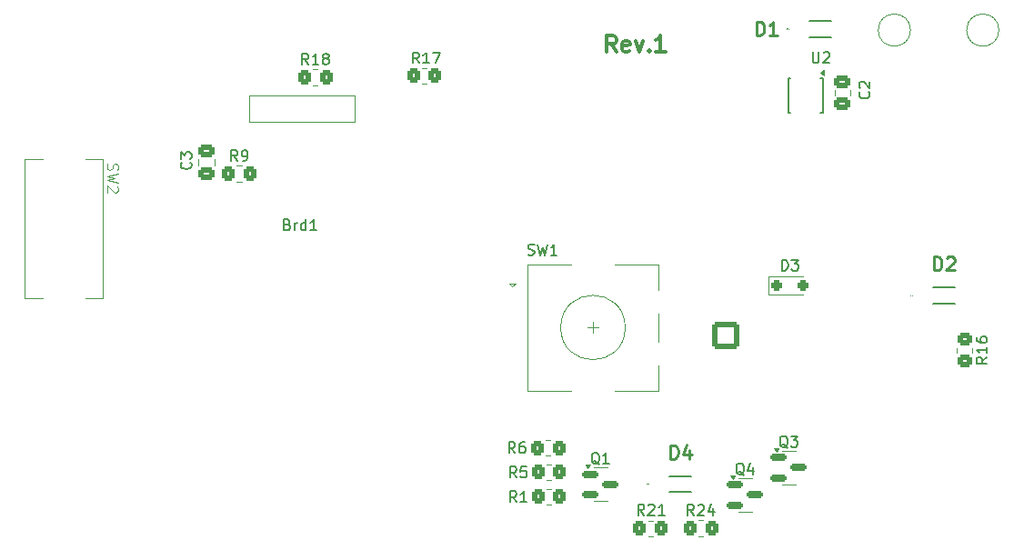
<source format=gto>
G04 #@! TF.GenerationSoftware,KiCad,Pcbnew,8.0.3*
G04 #@! TF.CreationDate,2024-06-12T20:13:02+02:00*
G04 #@! TF.ProjectId,Li Ion Doctor,4c692049-6f6e-4204-946f-63746f722e6b,1*
G04 #@! TF.SameCoordinates,Original*
G04 #@! TF.FileFunction,Legend,Top*
G04 #@! TF.FilePolarity,Positive*
%FSLAX46Y46*%
G04 Gerber Fmt 4.6, Leading zero omitted, Abs format (unit mm)*
G04 Created by KiCad (PCBNEW 8.0.3) date 2024-06-12 20:13:02*
%MOMM*%
%LPD*%
G01*
G04 APERTURE LIST*
G04 Aperture macros list*
%AMRoundRect*
0 Rectangle with rounded corners*
0 $1 Rounding radius*
0 $2 $3 $4 $5 $6 $7 $8 $9 X,Y pos of 4 corners*
0 Add a 4 corners polygon primitive as box body*
4,1,4,$2,$3,$4,$5,$6,$7,$8,$9,$2,$3,0*
0 Add four circle primitives for the rounded corners*
1,1,$1+$1,$2,$3*
1,1,$1+$1,$4,$5*
1,1,$1+$1,$6,$7*
1,1,$1+$1,$8,$9*
0 Add four rect primitives between the rounded corners*
20,1,$1+$1,$2,$3,$4,$5,0*
20,1,$1+$1,$4,$5,$6,$7,0*
20,1,$1+$1,$6,$7,$8,$9,0*
20,1,$1+$1,$8,$9,$2,$3,0*%
G04 Aperture macros list end*
%ADD10C,0.300000*%
%ADD11C,0.150000*%
%ADD12C,0.254000*%
%ADD13C,0.100000*%
%ADD14C,0.120000*%
%ADD15C,0.200000*%
%ADD16RoundRect,0.250000X-0.250000X-0.250000X0.250000X-0.250000X0.250000X0.250000X-0.250000X0.250000X0*%
%ADD17RoundRect,0.150000X-0.587500X-0.150000X0.587500X-0.150000X0.587500X0.150000X-0.587500X0.150000X0*%
%ADD18R,1.250000X2.000000*%
%ADD19RoundRect,0.250000X-0.350000X-0.450000X0.350000X-0.450000X0.350000X0.450000X-0.350000X0.450000X0*%
%ADD20C,2.400000*%
%ADD21RoundRect,0.250000X-0.450000X0.350000X-0.450000X-0.350000X0.450000X-0.350000X0.450000X0.350000X0*%
%ADD22R,2.000000X2.000000*%
%ADD23C,2.000000*%
%ADD24R,3.200000X2.000000*%
%ADD25RoundRect,0.250000X0.350000X0.450000X-0.350000X0.450000X-0.350000X-0.450000X0.350000X-0.450000X0*%
%ADD26R,0.250000X1.100000*%
%ADD27O,1.600000X2.000000*%
%ADD28C,1.524000*%
%ADD29R,2.032000X1.270000*%
%ADD30RoundRect,0.250000X0.475000X-0.337500X0.475000X0.337500X-0.475000X0.337500X-0.475000X-0.337500X0*%
%ADD31RoundRect,0.250000X-0.475000X0.337500X-0.475000X-0.337500X0.475000X-0.337500X0.475000X0.337500X0*%
%ADD32C,2.500000*%
%ADD33RoundRect,0.250000X-1.000000X-1.000000X1.000000X-1.000000X1.000000X1.000000X-1.000000X1.000000X0*%
%ADD34R,2.000000X1.905000*%
%ADD35O,2.000000X1.905000*%
%ADD36R,1.600000X1.600000*%
%ADD37O,1.600000X1.600000*%
%ADD38O,1.700000X1.100000*%
%ADD39C,1.100000*%
G04 APERTURE END LIST*
D10*
X151011653Y-88120828D02*
X150511653Y-87406542D01*
X150154510Y-88120828D02*
X150154510Y-86620828D01*
X150154510Y-86620828D02*
X150725939Y-86620828D01*
X150725939Y-86620828D02*
X150868796Y-86692257D01*
X150868796Y-86692257D02*
X150940225Y-86763685D01*
X150940225Y-86763685D02*
X151011653Y-86906542D01*
X151011653Y-86906542D02*
X151011653Y-87120828D01*
X151011653Y-87120828D02*
X150940225Y-87263685D01*
X150940225Y-87263685D02*
X150868796Y-87335114D01*
X150868796Y-87335114D02*
X150725939Y-87406542D01*
X150725939Y-87406542D02*
X150154510Y-87406542D01*
X152225939Y-88049400D02*
X152083082Y-88120828D01*
X152083082Y-88120828D02*
X151797368Y-88120828D01*
X151797368Y-88120828D02*
X151654510Y-88049400D01*
X151654510Y-88049400D02*
X151583082Y-87906542D01*
X151583082Y-87906542D02*
X151583082Y-87335114D01*
X151583082Y-87335114D02*
X151654510Y-87192257D01*
X151654510Y-87192257D02*
X151797368Y-87120828D01*
X151797368Y-87120828D02*
X152083082Y-87120828D01*
X152083082Y-87120828D02*
X152225939Y-87192257D01*
X152225939Y-87192257D02*
X152297368Y-87335114D01*
X152297368Y-87335114D02*
X152297368Y-87477971D01*
X152297368Y-87477971D02*
X151583082Y-87620828D01*
X152797367Y-87120828D02*
X153154510Y-88120828D01*
X153154510Y-88120828D02*
X153511653Y-87120828D01*
X154083081Y-87977971D02*
X154154510Y-88049400D01*
X154154510Y-88049400D02*
X154083081Y-88120828D01*
X154083081Y-88120828D02*
X154011653Y-88049400D01*
X154011653Y-88049400D02*
X154083081Y-87977971D01*
X154083081Y-87977971D02*
X154083081Y-88120828D01*
X155583082Y-88120828D02*
X154725939Y-88120828D01*
X155154510Y-88120828D02*
X155154510Y-86620828D01*
X155154510Y-86620828D02*
X155011653Y-86835114D01*
X155011653Y-86835114D02*
X154868796Y-86977971D01*
X154868796Y-86977971D02*
X154725939Y-87049400D01*
D11*
X166441905Y-108494819D02*
X166441905Y-107494819D01*
X166441905Y-107494819D02*
X166680000Y-107494819D01*
X166680000Y-107494819D02*
X166822857Y-107542438D01*
X166822857Y-107542438D02*
X166918095Y-107637676D01*
X166918095Y-107637676D02*
X166965714Y-107732914D01*
X166965714Y-107732914D02*
X167013333Y-107923390D01*
X167013333Y-107923390D02*
X167013333Y-108066247D01*
X167013333Y-108066247D02*
X166965714Y-108256723D01*
X166965714Y-108256723D02*
X166918095Y-108351961D01*
X166918095Y-108351961D02*
X166822857Y-108447200D01*
X166822857Y-108447200D02*
X166680000Y-108494819D01*
X166680000Y-108494819D02*
X166441905Y-108494819D01*
X167346667Y-107494819D02*
X167965714Y-107494819D01*
X167965714Y-107494819D02*
X167632381Y-107875771D01*
X167632381Y-107875771D02*
X167775238Y-107875771D01*
X167775238Y-107875771D02*
X167870476Y-107923390D01*
X167870476Y-107923390D02*
X167918095Y-107971009D01*
X167918095Y-107971009D02*
X167965714Y-108066247D01*
X167965714Y-108066247D02*
X167965714Y-108304342D01*
X167965714Y-108304342D02*
X167918095Y-108399580D01*
X167918095Y-108399580D02*
X167870476Y-108447200D01*
X167870476Y-108447200D02*
X167775238Y-108494819D01*
X167775238Y-108494819D02*
X167489524Y-108494819D01*
X167489524Y-108494819D02*
X167394286Y-108447200D01*
X167394286Y-108447200D02*
X167346667Y-108399580D01*
X166985561Y-125012857D02*
X166890323Y-124965238D01*
X166890323Y-124965238D02*
X166795085Y-124870000D01*
X166795085Y-124870000D02*
X166652228Y-124727142D01*
X166652228Y-124727142D02*
X166556990Y-124679523D01*
X166556990Y-124679523D02*
X166461752Y-124679523D01*
X166509371Y-124917619D02*
X166414133Y-124870000D01*
X166414133Y-124870000D02*
X166318895Y-124774761D01*
X166318895Y-124774761D02*
X166271276Y-124584285D01*
X166271276Y-124584285D02*
X166271276Y-124250952D01*
X166271276Y-124250952D02*
X166318895Y-124060476D01*
X166318895Y-124060476D02*
X166414133Y-123965238D01*
X166414133Y-123965238D02*
X166509371Y-123917619D01*
X166509371Y-123917619D02*
X166699847Y-123917619D01*
X166699847Y-123917619D02*
X166795085Y-123965238D01*
X166795085Y-123965238D02*
X166890323Y-124060476D01*
X166890323Y-124060476D02*
X166937942Y-124250952D01*
X166937942Y-124250952D02*
X166937942Y-124584285D01*
X166937942Y-124584285D02*
X166890323Y-124774761D01*
X166890323Y-124774761D02*
X166795085Y-124870000D01*
X166795085Y-124870000D02*
X166699847Y-124917619D01*
X166699847Y-124917619D02*
X166509371Y-124917619D01*
X167271276Y-123917619D02*
X167890323Y-123917619D01*
X167890323Y-123917619D02*
X167556990Y-124298571D01*
X167556990Y-124298571D02*
X167699847Y-124298571D01*
X167699847Y-124298571D02*
X167795085Y-124346190D01*
X167795085Y-124346190D02*
X167842704Y-124393809D01*
X167842704Y-124393809D02*
X167890323Y-124489047D01*
X167890323Y-124489047D02*
X167890323Y-124727142D01*
X167890323Y-124727142D02*
X167842704Y-124822380D01*
X167842704Y-124822380D02*
X167795085Y-124870000D01*
X167795085Y-124870000D02*
X167699847Y-124917619D01*
X167699847Y-124917619D02*
X167414133Y-124917619D01*
X167414133Y-124917619D02*
X167318895Y-124870000D01*
X167318895Y-124870000D02*
X167271276Y-124822380D01*
D12*
X156047318Y-126029918D02*
X156047318Y-124759918D01*
X156047318Y-124759918D02*
X156349699Y-124759918D01*
X156349699Y-124759918D02*
X156531128Y-124820394D01*
X156531128Y-124820394D02*
X156652080Y-124941346D01*
X156652080Y-124941346D02*
X156712557Y-125062299D01*
X156712557Y-125062299D02*
X156773033Y-125304203D01*
X156773033Y-125304203D02*
X156773033Y-125485632D01*
X156773033Y-125485632D02*
X156712557Y-125727537D01*
X156712557Y-125727537D02*
X156652080Y-125848489D01*
X156652080Y-125848489D02*
X156531128Y-125969442D01*
X156531128Y-125969442D02*
X156349699Y-126029918D01*
X156349699Y-126029918D02*
X156047318Y-126029918D01*
X157861604Y-125183251D02*
X157861604Y-126029918D01*
X157559223Y-124699442D02*
X157256842Y-125606584D01*
X157256842Y-125606584D02*
X158043033Y-125606584D01*
D11*
X153624042Y-131269819D02*
X153290709Y-130793628D01*
X153052614Y-131269819D02*
X153052614Y-130269819D01*
X153052614Y-130269819D02*
X153433566Y-130269819D01*
X153433566Y-130269819D02*
X153528804Y-130317438D01*
X153528804Y-130317438D02*
X153576423Y-130365057D01*
X153576423Y-130365057D02*
X153624042Y-130460295D01*
X153624042Y-130460295D02*
X153624042Y-130603152D01*
X153624042Y-130603152D02*
X153576423Y-130698390D01*
X153576423Y-130698390D02*
X153528804Y-130746009D01*
X153528804Y-130746009D02*
X153433566Y-130793628D01*
X153433566Y-130793628D02*
X153052614Y-130793628D01*
X154004995Y-130365057D02*
X154052614Y-130317438D01*
X154052614Y-130317438D02*
X154147852Y-130269819D01*
X154147852Y-130269819D02*
X154385947Y-130269819D01*
X154385947Y-130269819D02*
X154481185Y-130317438D01*
X154481185Y-130317438D02*
X154528804Y-130365057D01*
X154528804Y-130365057D02*
X154576423Y-130460295D01*
X154576423Y-130460295D02*
X154576423Y-130555533D01*
X154576423Y-130555533D02*
X154528804Y-130698390D01*
X154528804Y-130698390D02*
X153957376Y-131269819D01*
X153957376Y-131269819D02*
X154576423Y-131269819D01*
X155528804Y-131269819D02*
X154957376Y-131269819D01*
X155243090Y-131269819D02*
X155243090Y-130269819D01*
X155243090Y-130269819D02*
X155147852Y-130412676D01*
X155147852Y-130412676D02*
X155052614Y-130507914D01*
X155052614Y-130507914D02*
X154957376Y-130555533D01*
X149449561Y-126572457D02*
X149354323Y-126524838D01*
X149354323Y-126524838D02*
X149259085Y-126429600D01*
X149259085Y-126429600D02*
X149116228Y-126286742D01*
X149116228Y-126286742D02*
X149020990Y-126239123D01*
X149020990Y-126239123D02*
X148925752Y-126239123D01*
X148973371Y-126477219D02*
X148878133Y-126429600D01*
X148878133Y-126429600D02*
X148782895Y-126334361D01*
X148782895Y-126334361D02*
X148735276Y-126143885D01*
X148735276Y-126143885D02*
X148735276Y-125810552D01*
X148735276Y-125810552D02*
X148782895Y-125620076D01*
X148782895Y-125620076D02*
X148878133Y-125524838D01*
X148878133Y-125524838D02*
X148973371Y-125477219D01*
X148973371Y-125477219D02*
X149163847Y-125477219D01*
X149163847Y-125477219D02*
X149259085Y-125524838D01*
X149259085Y-125524838D02*
X149354323Y-125620076D01*
X149354323Y-125620076D02*
X149401942Y-125810552D01*
X149401942Y-125810552D02*
X149401942Y-126143885D01*
X149401942Y-126143885D02*
X149354323Y-126334361D01*
X149354323Y-126334361D02*
X149259085Y-126429600D01*
X149259085Y-126429600D02*
X149163847Y-126477219D01*
X149163847Y-126477219D02*
X148973371Y-126477219D01*
X150354323Y-126477219D02*
X149782895Y-126477219D01*
X150068609Y-126477219D02*
X150068609Y-125477219D01*
X150068609Y-125477219D02*
X149973371Y-125620076D01*
X149973371Y-125620076D02*
X149878133Y-125715314D01*
X149878133Y-125715314D02*
X149782895Y-125762933D01*
X158246842Y-131295219D02*
X157913509Y-130819028D01*
X157675414Y-131295219D02*
X157675414Y-130295219D01*
X157675414Y-130295219D02*
X158056366Y-130295219D01*
X158056366Y-130295219D02*
X158151604Y-130342838D01*
X158151604Y-130342838D02*
X158199223Y-130390457D01*
X158199223Y-130390457D02*
X158246842Y-130485695D01*
X158246842Y-130485695D02*
X158246842Y-130628552D01*
X158246842Y-130628552D02*
X158199223Y-130723790D01*
X158199223Y-130723790D02*
X158151604Y-130771409D01*
X158151604Y-130771409D02*
X158056366Y-130819028D01*
X158056366Y-130819028D02*
X157675414Y-130819028D01*
X158627795Y-130390457D02*
X158675414Y-130342838D01*
X158675414Y-130342838D02*
X158770652Y-130295219D01*
X158770652Y-130295219D02*
X159008747Y-130295219D01*
X159008747Y-130295219D02*
X159103985Y-130342838D01*
X159103985Y-130342838D02*
X159151604Y-130390457D01*
X159151604Y-130390457D02*
X159199223Y-130485695D01*
X159199223Y-130485695D02*
X159199223Y-130580933D01*
X159199223Y-130580933D02*
X159151604Y-130723790D01*
X159151604Y-130723790D02*
X158580176Y-131295219D01*
X158580176Y-131295219D02*
X159199223Y-131295219D01*
X160056366Y-130628552D02*
X160056366Y-131295219D01*
X159818271Y-130247600D02*
X159580176Y-130961885D01*
X159580176Y-130961885D02*
X160199223Y-130961885D01*
X141730433Y-127764619D02*
X141397100Y-127288428D01*
X141159005Y-127764619D02*
X141159005Y-126764619D01*
X141159005Y-126764619D02*
X141539957Y-126764619D01*
X141539957Y-126764619D02*
X141635195Y-126812238D01*
X141635195Y-126812238D02*
X141682814Y-126859857D01*
X141682814Y-126859857D02*
X141730433Y-126955095D01*
X141730433Y-126955095D02*
X141730433Y-127097952D01*
X141730433Y-127097952D02*
X141682814Y-127193190D01*
X141682814Y-127193190D02*
X141635195Y-127240809D01*
X141635195Y-127240809D02*
X141539957Y-127288428D01*
X141539957Y-127288428D02*
X141159005Y-127288428D01*
X142635195Y-126764619D02*
X142159005Y-126764619D01*
X142159005Y-126764619D02*
X142111386Y-127240809D01*
X142111386Y-127240809D02*
X142159005Y-127193190D01*
X142159005Y-127193190D02*
X142254243Y-127145571D01*
X142254243Y-127145571D02*
X142492338Y-127145571D01*
X142492338Y-127145571D02*
X142587576Y-127193190D01*
X142587576Y-127193190D02*
X142635195Y-127240809D01*
X142635195Y-127240809D02*
X142682814Y-127336047D01*
X142682814Y-127336047D02*
X142682814Y-127574142D01*
X142682814Y-127574142D02*
X142635195Y-127669380D01*
X142635195Y-127669380D02*
X142587576Y-127717000D01*
X142587576Y-127717000D02*
X142492338Y-127764619D01*
X142492338Y-127764619D02*
X142254243Y-127764619D01*
X142254243Y-127764619D02*
X142159005Y-127717000D01*
X142159005Y-127717000D02*
X142111386Y-127669380D01*
X162921561Y-127552857D02*
X162826323Y-127505238D01*
X162826323Y-127505238D02*
X162731085Y-127410000D01*
X162731085Y-127410000D02*
X162588228Y-127267142D01*
X162588228Y-127267142D02*
X162492990Y-127219523D01*
X162492990Y-127219523D02*
X162397752Y-127219523D01*
X162445371Y-127457619D02*
X162350133Y-127410000D01*
X162350133Y-127410000D02*
X162254895Y-127314761D01*
X162254895Y-127314761D02*
X162207276Y-127124285D01*
X162207276Y-127124285D02*
X162207276Y-126790952D01*
X162207276Y-126790952D02*
X162254895Y-126600476D01*
X162254895Y-126600476D02*
X162350133Y-126505238D01*
X162350133Y-126505238D02*
X162445371Y-126457619D01*
X162445371Y-126457619D02*
X162635847Y-126457619D01*
X162635847Y-126457619D02*
X162731085Y-126505238D01*
X162731085Y-126505238D02*
X162826323Y-126600476D01*
X162826323Y-126600476D02*
X162873942Y-126790952D01*
X162873942Y-126790952D02*
X162873942Y-127124285D01*
X162873942Y-127124285D02*
X162826323Y-127314761D01*
X162826323Y-127314761D02*
X162731085Y-127410000D01*
X162731085Y-127410000D02*
X162635847Y-127457619D01*
X162635847Y-127457619D02*
X162445371Y-127457619D01*
X163731085Y-126790952D02*
X163731085Y-127457619D01*
X163492990Y-126410000D02*
X163254895Y-127124285D01*
X163254895Y-127124285D02*
X163873942Y-127124285D01*
X115758933Y-98270219D02*
X115425600Y-97794028D01*
X115187505Y-98270219D02*
X115187505Y-97270219D01*
X115187505Y-97270219D02*
X115568457Y-97270219D01*
X115568457Y-97270219D02*
X115663695Y-97317838D01*
X115663695Y-97317838D02*
X115711314Y-97365457D01*
X115711314Y-97365457D02*
X115758933Y-97460695D01*
X115758933Y-97460695D02*
X115758933Y-97603552D01*
X115758933Y-97603552D02*
X115711314Y-97698790D01*
X115711314Y-97698790D02*
X115663695Y-97746409D01*
X115663695Y-97746409D02*
X115568457Y-97794028D01*
X115568457Y-97794028D02*
X115187505Y-97794028D01*
X116235124Y-98270219D02*
X116425600Y-98270219D01*
X116425600Y-98270219D02*
X116520838Y-98222600D01*
X116520838Y-98222600D02*
X116568457Y-98174980D01*
X116568457Y-98174980D02*
X116663695Y-98032123D01*
X116663695Y-98032123D02*
X116711314Y-97841647D01*
X116711314Y-97841647D02*
X116711314Y-97460695D01*
X116711314Y-97460695D02*
X116663695Y-97365457D01*
X116663695Y-97365457D02*
X116616076Y-97317838D01*
X116616076Y-97317838D02*
X116520838Y-97270219D01*
X116520838Y-97270219D02*
X116330362Y-97270219D01*
X116330362Y-97270219D02*
X116235124Y-97317838D01*
X116235124Y-97317838D02*
X116187505Y-97365457D01*
X116187505Y-97365457D02*
X116139886Y-97460695D01*
X116139886Y-97460695D02*
X116139886Y-97698790D01*
X116139886Y-97698790D02*
X116187505Y-97794028D01*
X116187505Y-97794028D02*
X116235124Y-97841647D01*
X116235124Y-97841647D02*
X116330362Y-97889266D01*
X116330362Y-97889266D02*
X116520838Y-97889266D01*
X116520838Y-97889266D02*
X116616076Y-97841647D01*
X116616076Y-97841647D02*
X116663695Y-97794028D01*
X116663695Y-97794028D02*
X116711314Y-97698790D01*
X185543619Y-116559057D02*
X185067428Y-116892390D01*
X185543619Y-117130485D02*
X184543619Y-117130485D01*
X184543619Y-117130485D02*
X184543619Y-116749533D01*
X184543619Y-116749533D02*
X184591238Y-116654295D01*
X184591238Y-116654295D02*
X184638857Y-116606676D01*
X184638857Y-116606676D02*
X184734095Y-116559057D01*
X184734095Y-116559057D02*
X184876952Y-116559057D01*
X184876952Y-116559057D02*
X184972190Y-116606676D01*
X184972190Y-116606676D02*
X185019809Y-116654295D01*
X185019809Y-116654295D02*
X185067428Y-116749533D01*
X185067428Y-116749533D02*
X185067428Y-117130485D01*
X185543619Y-115606676D02*
X185543619Y-116178104D01*
X185543619Y-115892390D02*
X184543619Y-115892390D01*
X184543619Y-115892390D02*
X184686476Y-115987628D01*
X184686476Y-115987628D02*
X184781714Y-116082866D01*
X184781714Y-116082866D02*
X184829333Y-116178104D01*
X184543619Y-114749533D02*
X184543619Y-114940009D01*
X184543619Y-114940009D02*
X184591238Y-115035247D01*
X184591238Y-115035247D02*
X184638857Y-115082866D01*
X184638857Y-115082866D02*
X184781714Y-115178104D01*
X184781714Y-115178104D02*
X184972190Y-115225723D01*
X184972190Y-115225723D02*
X185353142Y-115225723D01*
X185353142Y-115225723D02*
X185448380Y-115178104D01*
X185448380Y-115178104D02*
X185496000Y-115130485D01*
X185496000Y-115130485D02*
X185543619Y-115035247D01*
X185543619Y-115035247D02*
X185543619Y-114844771D01*
X185543619Y-114844771D02*
X185496000Y-114749533D01*
X185496000Y-114749533D02*
X185448380Y-114701914D01*
X185448380Y-114701914D02*
X185353142Y-114654295D01*
X185353142Y-114654295D02*
X185115047Y-114654295D01*
X185115047Y-114654295D02*
X185019809Y-114701914D01*
X185019809Y-114701914D02*
X184972190Y-114749533D01*
X184972190Y-114749533D02*
X184924571Y-114844771D01*
X184924571Y-114844771D02*
X184924571Y-115035247D01*
X184924571Y-115035247D02*
X184972190Y-115130485D01*
X184972190Y-115130485D02*
X185019809Y-115178104D01*
X185019809Y-115178104D02*
X185115047Y-115225723D01*
X142817667Y-107013800D02*
X142960524Y-107061419D01*
X142960524Y-107061419D02*
X143198619Y-107061419D01*
X143198619Y-107061419D02*
X143293857Y-107013800D01*
X143293857Y-107013800D02*
X143341476Y-106966180D01*
X143341476Y-106966180D02*
X143389095Y-106870942D01*
X143389095Y-106870942D02*
X143389095Y-106775704D01*
X143389095Y-106775704D02*
X143341476Y-106680466D01*
X143341476Y-106680466D02*
X143293857Y-106632847D01*
X143293857Y-106632847D02*
X143198619Y-106585228D01*
X143198619Y-106585228D02*
X143008143Y-106537609D01*
X143008143Y-106537609D02*
X142912905Y-106489990D01*
X142912905Y-106489990D02*
X142865286Y-106442371D01*
X142865286Y-106442371D02*
X142817667Y-106347133D01*
X142817667Y-106347133D02*
X142817667Y-106251895D01*
X142817667Y-106251895D02*
X142865286Y-106156657D01*
X142865286Y-106156657D02*
X142912905Y-106109038D01*
X142912905Y-106109038D02*
X143008143Y-106061419D01*
X143008143Y-106061419D02*
X143246238Y-106061419D01*
X143246238Y-106061419D02*
X143389095Y-106109038D01*
X143722429Y-106061419D02*
X143960524Y-107061419D01*
X143960524Y-107061419D02*
X144151000Y-106347133D01*
X144151000Y-106347133D02*
X144341476Y-107061419D01*
X144341476Y-107061419D02*
X144579572Y-106061419D01*
X145484333Y-107061419D02*
X144912905Y-107061419D01*
X145198619Y-107061419D02*
X145198619Y-106061419D01*
X145198619Y-106061419D02*
X145103381Y-106204276D01*
X145103381Y-106204276D02*
X145008143Y-106299514D01*
X145008143Y-106299514D02*
X144912905Y-106347133D01*
X141603433Y-125478619D02*
X141270100Y-125002428D01*
X141032005Y-125478619D02*
X141032005Y-124478619D01*
X141032005Y-124478619D02*
X141412957Y-124478619D01*
X141412957Y-124478619D02*
X141508195Y-124526238D01*
X141508195Y-124526238D02*
X141555814Y-124573857D01*
X141555814Y-124573857D02*
X141603433Y-124669095D01*
X141603433Y-124669095D02*
X141603433Y-124811952D01*
X141603433Y-124811952D02*
X141555814Y-124907190D01*
X141555814Y-124907190D02*
X141508195Y-124954809D01*
X141508195Y-124954809D02*
X141412957Y-125002428D01*
X141412957Y-125002428D02*
X141032005Y-125002428D01*
X142460576Y-124478619D02*
X142270100Y-124478619D01*
X142270100Y-124478619D02*
X142174862Y-124526238D01*
X142174862Y-124526238D02*
X142127243Y-124573857D01*
X142127243Y-124573857D02*
X142032005Y-124716714D01*
X142032005Y-124716714D02*
X141984386Y-124907190D01*
X141984386Y-124907190D02*
X141984386Y-125288142D01*
X141984386Y-125288142D02*
X142032005Y-125383380D01*
X142032005Y-125383380D02*
X142079624Y-125431000D01*
X142079624Y-125431000D02*
X142174862Y-125478619D01*
X142174862Y-125478619D02*
X142365338Y-125478619D01*
X142365338Y-125478619D02*
X142460576Y-125431000D01*
X142460576Y-125431000D02*
X142508195Y-125383380D01*
X142508195Y-125383380D02*
X142555814Y-125288142D01*
X142555814Y-125288142D02*
X142555814Y-125050047D01*
X142555814Y-125050047D02*
X142508195Y-124954809D01*
X142508195Y-124954809D02*
X142460576Y-124907190D01*
X142460576Y-124907190D02*
X142365338Y-124859571D01*
X142365338Y-124859571D02*
X142174862Y-124859571D01*
X142174862Y-124859571D02*
X142079624Y-124907190D01*
X142079624Y-124907190D02*
X142032005Y-124954809D01*
X142032005Y-124954809D02*
X141984386Y-125050047D01*
D12*
X164061018Y-86578718D02*
X164061018Y-85308718D01*
X164061018Y-85308718D02*
X164363399Y-85308718D01*
X164363399Y-85308718D02*
X164544828Y-85369194D01*
X164544828Y-85369194D02*
X164665780Y-85490146D01*
X164665780Y-85490146D02*
X164726257Y-85611099D01*
X164726257Y-85611099D02*
X164786733Y-85853003D01*
X164786733Y-85853003D02*
X164786733Y-86034432D01*
X164786733Y-86034432D02*
X164726257Y-86276337D01*
X164726257Y-86276337D02*
X164665780Y-86397289D01*
X164665780Y-86397289D02*
X164544828Y-86518242D01*
X164544828Y-86518242D02*
X164363399Y-86578718D01*
X164363399Y-86578718D02*
X164061018Y-86578718D01*
X165996257Y-86578718D02*
X165270542Y-86578718D01*
X165633399Y-86578718D02*
X165633399Y-85308718D01*
X165633399Y-85308718D02*
X165512447Y-85490146D01*
X165512447Y-85490146D02*
X165391495Y-85611099D01*
X165391495Y-85611099D02*
X165270542Y-85671575D01*
D11*
X169316495Y-88151619D02*
X169316495Y-88961142D01*
X169316495Y-88961142D02*
X169364114Y-89056380D01*
X169364114Y-89056380D02*
X169411733Y-89104000D01*
X169411733Y-89104000D02*
X169506971Y-89151619D01*
X169506971Y-89151619D02*
X169697447Y-89151619D01*
X169697447Y-89151619D02*
X169792685Y-89104000D01*
X169792685Y-89104000D02*
X169840304Y-89056380D01*
X169840304Y-89056380D02*
X169887923Y-88961142D01*
X169887923Y-88961142D02*
X169887923Y-88151619D01*
X170316495Y-88246857D02*
X170364114Y-88199238D01*
X170364114Y-88199238D02*
X170459352Y-88151619D01*
X170459352Y-88151619D02*
X170697447Y-88151619D01*
X170697447Y-88151619D02*
X170792685Y-88199238D01*
X170792685Y-88199238D02*
X170840304Y-88246857D01*
X170840304Y-88246857D02*
X170887923Y-88342095D01*
X170887923Y-88342095D02*
X170887923Y-88437333D01*
X170887923Y-88437333D02*
X170840304Y-88580190D01*
X170840304Y-88580190D02*
X170268876Y-89151619D01*
X170268876Y-89151619D02*
X170887923Y-89151619D01*
X141730433Y-130050619D02*
X141397100Y-129574428D01*
X141159005Y-130050619D02*
X141159005Y-129050619D01*
X141159005Y-129050619D02*
X141539957Y-129050619D01*
X141539957Y-129050619D02*
X141635195Y-129098238D01*
X141635195Y-129098238D02*
X141682814Y-129145857D01*
X141682814Y-129145857D02*
X141730433Y-129241095D01*
X141730433Y-129241095D02*
X141730433Y-129383952D01*
X141730433Y-129383952D02*
X141682814Y-129479190D01*
X141682814Y-129479190D02*
X141635195Y-129526809D01*
X141635195Y-129526809D02*
X141539957Y-129574428D01*
X141539957Y-129574428D02*
X141159005Y-129574428D01*
X142682814Y-130050619D02*
X142111386Y-130050619D01*
X142397100Y-130050619D02*
X142397100Y-129050619D01*
X142397100Y-129050619D02*
X142301862Y-129193476D01*
X142301862Y-129193476D02*
X142206624Y-129288714D01*
X142206624Y-129288714D02*
X142111386Y-129336333D01*
X120410933Y-104219609D02*
X120553790Y-104267228D01*
X120553790Y-104267228D02*
X120601409Y-104314847D01*
X120601409Y-104314847D02*
X120649028Y-104410085D01*
X120649028Y-104410085D02*
X120649028Y-104552942D01*
X120649028Y-104552942D02*
X120601409Y-104648180D01*
X120601409Y-104648180D02*
X120553790Y-104695800D01*
X120553790Y-104695800D02*
X120458552Y-104743419D01*
X120458552Y-104743419D02*
X120077600Y-104743419D01*
X120077600Y-104743419D02*
X120077600Y-103743419D01*
X120077600Y-103743419D02*
X120410933Y-103743419D01*
X120410933Y-103743419D02*
X120506171Y-103791038D01*
X120506171Y-103791038D02*
X120553790Y-103838657D01*
X120553790Y-103838657D02*
X120601409Y-103933895D01*
X120601409Y-103933895D02*
X120601409Y-104029133D01*
X120601409Y-104029133D02*
X120553790Y-104124371D01*
X120553790Y-104124371D02*
X120506171Y-104171990D01*
X120506171Y-104171990D02*
X120410933Y-104219609D01*
X120410933Y-104219609D02*
X120077600Y-104219609D01*
X121077600Y-104743419D02*
X121077600Y-104076752D01*
X121077600Y-104267228D02*
X121125219Y-104171990D01*
X121125219Y-104171990D02*
X121172838Y-104124371D01*
X121172838Y-104124371D02*
X121268076Y-104076752D01*
X121268076Y-104076752D02*
X121363314Y-104076752D01*
X122125219Y-104743419D02*
X122125219Y-103743419D01*
X122125219Y-104695800D02*
X122029981Y-104743419D01*
X122029981Y-104743419D02*
X121839505Y-104743419D01*
X121839505Y-104743419D02*
X121744267Y-104695800D01*
X121744267Y-104695800D02*
X121696648Y-104648180D01*
X121696648Y-104648180D02*
X121649029Y-104552942D01*
X121649029Y-104552942D02*
X121649029Y-104267228D01*
X121649029Y-104267228D02*
X121696648Y-104171990D01*
X121696648Y-104171990D02*
X121744267Y-104124371D01*
X121744267Y-104124371D02*
X121839505Y-104076752D01*
X121839505Y-104076752D02*
X122029981Y-104076752D01*
X122029981Y-104076752D02*
X122125219Y-104124371D01*
X123125219Y-104743419D02*
X122553791Y-104743419D01*
X122839505Y-104743419D02*
X122839505Y-103743419D01*
X122839505Y-103743419D02*
X122744267Y-103886276D01*
X122744267Y-103886276D02*
X122649029Y-103981514D01*
X122649029Y-103981514D02*
X122553791Y-104029133D01*
X132656342Y-89177019D02*
X132323009Y-88700828D01*
X132084914Y-89177019D02*
X132084914Y-88177019D01*
X132084914Y-88177019D02*
X132465866Y-88177019D01*
X132465866Y-88177019D02*
X132561104Y-88224638D01*
X132561104Y-88224638D02*
X132608723Y-88272257D01*
X132608723Y-88272257D02*
X132656342Y-88367495D01*
X132656342Y-88367495D02*
X132656342Y-88510352D01*
X132656342Y-88510352D02*
X132608723Y-88605590D01*
X132608723Y-88605590D02*
X132561104Y-88653209D01*
X132561104Y-88653209D02*
X132465866Y-88700828D01*
X132465866Y-88700828D02*
X132084914Y-88700828D01*
X133608723Y-89177019D02*
X133037295Y-89177019D01*
X133323009Y-89177019D02*
X133323009Y-88177019D01*
X133323009Y-88177019D02*
X133227771Y-88319876D01*
X133227771Y-88319876D02*
X133132533Y-88415114D01*
X133132533Y-88415114D02*
X133037295Y-88462733D01*
X133942057Y-88177019D02*
X134608723Y-88177019D01*
X134608723Y-88177019D02*
X134180152Y-89177019D01*
D13*
X103676300Y-98563367D02*
X103628680Y-98706224D01*
X103628680Y-98706224D02*
X103628680Y-98944319D01*
X103628680Y-98944319D02*
X103676300Y-99039557D01*
X103676300Y-99039557D02*
X103723919Y-99087176D01*
X103723919Y-99087176D02*
X103819157Y-99134795D01*
X103819157Y-99134795D02*
X103914395Y-99134795D01*
X103914395Y-99134795D02*
X104009633Y-99087176D01*
X104009633Y-99087176D02*
X104057252Y-99039557D01*
X104057252Y-99039557D02*
X104104871Y-98944319D01*
X104104871Y-98944319D02*
X104152490Y-98753843D01*
X104152490Y-98753843D02*
X104200109Y-98658605D01*
X104200109Y-98658605D02*
X104247728Y-98610986D01*
X104247728Y-98610986D02*
X104342966Y-98563367D01*
X104342966Y-98563367D02*
X104438204Y-98563367D01*
X104438204Y-98563367D02*
X104533442Y-98610986D01*
X104533442Y-98610986D02*
X104581061Y-98658605D01*
X104581061Y-98658605D02*
X104628680Y-98753843D01*
X104628680Y-98753843D02*
X104628680Y-98991938D01*
X104628680Y-98991938D02*
X104581061Y-99134795D01*
X104628680Y-99468129D02*
X103628680Y-99706224D01*
X103628680Y-99706224D02*
X104342966Y-99896700D01*
X104342966Y-99896700D02*
X103628680Y-100087176D01*
X103628680Y-100087176D02*
X104628680Y-100325272D01*
X104533442Y-100658605D02*
X104581061Y-100706224D01*
X104581061Y-100706224D02*
X104628680Y-100801462D01*
X104628680Y-100801462D02*
X104628680Y-101039557D01*
X104628680Y-101039557D02*
X104581061Y-101134795D01*
X104581061Y-101134795D02*
X104533442Y-101182414D01*
X104533442Y-101182414D02*
X104438204Y-101230033D01*
X104438204Y-101230033D02*
X104342966Y-101230033D01*
X104342966Y-101230033D02*
X104200109Y-101182414D01*
X104200109Y-101182414D02*
X103628680Y-100610986D01*
X103628680Y-100610986D02*
X103628680Y-101230033D01*
D11*
X174527380Y-91860666D02*
X174575000Y-91908285D01*
X174575000Y-91908285D02*
X174622619Y-92051142D01*
X174622619Y-92051142D02*
X174622619Y-92146380D01*
X174622619Y-92146380D02*
X174575000Y-92289237D01*
X174575000Y-92289237D02*
X174479761Y-92384475D01*
X174479761Y-92384475D02*
X174384523Y-92432094D01*
X174384523Y-92432094D02*
X174194047Y-92479713D01*
X174194047Y-92479713D02*
X174051190Y-92479713D01*
X174051190Y-92479713D02*
X173860714Y-92432094D01*
X173860714Y-92432094D02*
X173765476Y-92384475D01*
X173765476Y-92384475D02*
X173670238Y-92289237D01*
X173670238Y-92289237D02*
X173622619Y-92146380D01*
X173622619Y-92146380D02*
X173622619Y-92051142D01*
X173622619Y-92051142D02*
X173670238Y-91908285D01*
X173670238Y-91908285D02*
X173717857Y-91860666D01*
X173717857Y-91479713D02*
X173670238Y-91432094D01*
X173670238Y-91432094D02*
X173622619Y-91336856D01*
X173622619Y-91336856D02*
X173622619Y-91098761D01*
X173622619Y-91098761D02*
X173670238Y-91003523D01*
X173670238Y-91003523D02*
X173717857Y-90955904D01*
X173717857Y-90955904D02*
X173813095Y-90908285D01*
X173813095Y-90908285D02*
X173908333Y-90908285D01*
X173908333Y-90908285D02*
X174051190Y-90955904D01*
X174051190Y-90955904D02*
X174622619Y-91527332D01*
X174622619Y-91527332D02*
X174622619Y-90908285D01*
X122357142Y-89304819D02*
X122023809Y-88828628D01*
X121785714Y-89304819D02*
X121785714Y-88304819D01*
X121785714Y-88304819D02*
X122166666Y-88304819D01*
X122166666Y-88304819D02*
X122261904Y-88352438D01*
X122261904Y-88352438D02*
X122309523Y-88400057D01*
X122309523Y-88400057D02*
X122357142Y-88495295D01*
X122357142Y-88495295D02*
X122357142Y-88638152D01*
X122357142Y-88638152D02*
X122309523Y-88733390D01*
X122309523Y-88733390D02*
X122261904Y-88781009D01*
X122261904Y-88781009D02*
X122166666Y-88828628D01*
X122166666Y-88828628D02*
X121785714Y-88828628D01*
X123309523Y-89304819D02*
X122738095Y-89304819D01*
X123023809Y-89304819D02*
X123023809Y-88304819D01*
X123023809Y-88304819D02*
X122928571Y-88447676D01*
X122928571Y-88447676D02*
X122833333Y-88542914D01*
X122833333Y-88542914D02*
X122738095Y-88590533D01*
X123880952Y-88733390D02*
X123785714Y-88685771D01*
X123785714Y-88685771D02*
X123738095Y-88638152D01*
X123738095Y-88638152D02*
X123690476Y-88542914D01*
X123690476Y-88542914D02*
X123690476Y-88495295D01*
X123690476Y-88495295D02*
X123738095Y-88400057D01*
X123738095Y-88400057D02*
X123785714Y-88352438D01*
X123785714Y-88352438D02*
X123880952Y-88304819D01*
X123880952Y-88304819D02*
X124071428Y-88304819D01*
X124071428Y-88304819D02*
X124166666Y-88352438D01*
X124166666Y-88352438D02*
X124214285Y-88400057D01*
X124214285Y-88400057D02*
X124261904Y-88495295D01*
X124261904Y-88495295D02*
X124261904Y-88542914D01*
X124261904Y-88542914D02*
X124214285Y-88638152D01*
X124214285Y-88638152D02*
X124166666Y-88685771D01*
X124166666Y-88685771D02*
X124071428Y-88733390D01*
X124071428Y-88733390D02*
X123880952Y-88733390D01*
X123880952Y-88733390D02*
X123785714Y-88781009D01*
X123785714Y-88781009D02*
X123738095Y-88828628D01*
X123738095Y-88828628D02*
X123690476Y-88923866D01*
X123690476Y-88923866D02*
X123690476Y-89114342D01*
X123690476Y-89114342D02*
X123738095Y-89209580D01*
X123738095Y-89209580D02*
X123785714Y-89257200D01*
X123785714Y-89257200D02*
X123880952Y-89304819D01*
X123880952Y-89304819D02*
X124071428Y-89304819D01*
X124071428Y-89304819D02*
X124166666Y-89257200D01*
X124166666Y-89257200D02*
X124214285Y-89209580D01*
X124214285Y-89209580D02*
X124261904Y-89114342D01*
X124261904Y-89114342D02*
X124261904Y-88923866D01*
X124261904Y-88923866D02*
X124214285Y-88828628D01*
X124214285Y-88828628D02*
X124166666Y-88781009D01*
X124166666Y-88781009D02*
X124071428Y-88733390D01*
X111382980Y-98431466D02*
X111430600Y-98479085D01*
X111430600Y-98479085D02*
X111478219Y-98621942D01*
X111478219Y-98621942D02*
X111478219Y-98717180D01*
X111478219Y-98717180D02*
X111430600Y-98860037D01*
X111430600Y-98860037D02*
X111335361Y-98955275D01*
X111335361Y-98955275D02*
X111240123Y-99002894D01*
X111240123Y-99002894D02*
X111049647Y-99050513D01*
X111049647Y-99050513D02*
X110906790Y-99050513D01*
X110906790Y-99050513D02*
X110716314Y-99002894D01*
X110716314Y-99002894D02*
X110621076Y-98955275D01*
X110621076Y-98955275D02*
X110525838Y-98860037D01*
X110525838Y-98860037D02*
X110478219Y-98717180D01*
X110478219Y-98717180D02*
X110478219Y-98621942D01*
X110478219Y-98621942D02*
X110525838Y-98479085D01*
X110525838Y-98479085D02*
X110573457Y-98431466D01*
X110478219Y-98098132D02*
X110478219Y-97479085D01*
X110478219Y-97479085D02*
X110859171Y-97812418D01*
X110859171Y-97812418D02*
X110859171Y-97669561D01*
X110859171Y-97669561D02*
X110906790Y-97574323D01*
X110906790Y-97574323D02*
X110954409Y-97526704D01*
X110954409Y-97526704D02*
X111049647Y-97479085D01*
X111049647Y-97479085D02*
X111287742Y-97479085D01*
X111287742Y-97479085D02*
X111382980Y-97526704D01*
X111382980Y-97526704D02*
X111430600Y-97574323D01*
X111430600Y-97574323D02*
X111478219Y-97669561D01*
X111478219Y-97669561D02*
X111478219Y-97955275D01*
X111478219Y-97955275D02*
X111430600Y-98050513D01*
X111430600Y-98050513D02*
X111382980Y-98098132D01*
D12*
X180582618Y-108473518D02*
X180582618Y-107203518D01*
X180582618Y-107203518D02*
X180884999Y-107203518D01*
X180884999Y-107203518D02*
X181066428Y-107263994D01*
X181066428Y-107263994D02*
X181187380Y-107384946D01*
X181187380Y-107384946D02*
X181247857Y-107505899D01*
X181247857Y-107505899D02*
X181308333Y-107747803D01*
X181308333Y-107747803D02*
X181308333Y-107929232D01*
X181308333Y-107929232D02*
X181247857Y-108171137D01*
X181247857Y-108171137D02*
X181187380Y-108292089D01*
X181187380Y-108292089D02*
X181066428Y-108413042D01*
X181066428Y-108413042D02*
X180884999Y-108473518D01*
X180884999Y-108473518D02*
X180582618Y-108473518D01*
X181792142Y-107324470D02*
X181852618Y-107263994D01*
X181852618Y-107263994D02*
X181973571Y-107203518D01*
X181973571Y-107203518D02*
X182275952Y-107203518D01*
X182275952Y-107203518D02*
X182396904Y-107263994D01*
X182396904Y-107263994D02*
X182457380Y-107324470D01*
X182457380Y-107324470D02*
X182517857Y-107445422D01*
X182517857Y-107445422D02*
X182517857Y-107566375D01*
X182517857Y-107566375D02*
X182457380Y-107747803D01*
X182457380Y-107747803D02*
X181731666Y-108473518D01*
X181731666Y-108473518D02*
X182517857Y-108473518D01*
D14*
X165170000Y-109040000D02*
X165170000Y-110740000D01*
X165170000Y-109040000D02*
X168430000Y-109040000D01*
X165170000Y-110740000D02*
X168430000Y-110740000D01*
X167080800Y-125302800D02*
X166430800Y-125302800D01*
X167080800Y-125302800D02*
X167730800Y-125302800D01*
X167080800Y-128422800D02*
X166430800Y-128422800D01*
X167080800Y-128422800D02*
X167730800Y-128422800D01*
X165918300Y-125352800D02*
X165678300Y-125022800D01*
X166158300Y-125022800D01*
X165918300Y-125352800D01*
G36*
X165918300Y-125352800D02*
G01*
X165678300Y-125022800D01*
X166158300Y-125022800D01*
X165918300Y-125352800D01*
G37*
D13*
X153899300Y-128386800D02*
X153899300Y-128386800D01*
X153999300Y-128386800D02*
X153999300Y-128386800D01*
D15*
X155999300Y-127636800D02*
X157999300Y-127636800D01*
X155999300Y-129136800D02*
X157999300Y-129136800D01*
D13*
X153899300Y-128386800D02*
G75*
G02*
X153999300Y-128386800I50000J0D01*
G01*
X153999300Y-128386800D02*
G75*
G02*
X153899300Y-128386800I-50000J0D01*
G01*
D14*
X153979636Y-131776800D02*
X154433764Y-131776800D01*
X153979636Y-133246800D02*
X154433764Y-133246800D01*
X149544800Y-126862400D02*
X148894800Y-126862400D01*
X149544800Y-126862400D02*
X150194800Y-126862400D01*
X149544800Y-129982400D02*
X148894800Y-129982400D01*
X149544800Y-129982400D02*
X150194800Y-129982400D01*
X148382300Y-126912400D02*
X148142300Y-126582400D01*
X148622300Y-126582400D01*
X148382300Y-126912400D01*
G36*
X148382300Y-126912400D02*
G01*
X148142300Y-126582400D01*
X148622300Y-126582400D01*
X148382300Y-126912400D01*
G37*
X158672036Y-131751400D02*
X159126164Y-131751400D01*
X158672036Y-133221400D02*
X159126164Y-133221400D01*
X144505436Y-126544400D02*
X144959564Y-126544400D01*
X144505436Y-128014400D02*
X144959564Y-128014400D01*
X163016800Y-127842800D02*
X162366800Y-127842800D01*
X163016800Y-127842800D02*
X163666800Y-127842800D01*
X163016800Y-130962800D02*
X162366800Y-130962800D01*
X163016800Y-130962800D02*
X163666800Y-130962800D01*
X161854300Y-127892800D02*
X161614300Y-127562800D01*
X162094300Y-127562800D01*
X161854300Y-127892800D01*
G36*
X161854300Y-127892800D02*
G01*
X161614300Y-127562800D01*
X162094300Y-127562800D01*
X161854300Y-127892800D01*
G37*
X115698536Y-98731400D02*
X116152664Y-98731400D01*
X115698536Y-100201400D02*
X116152664Y-100201400D01*
X186641433Y-86106000D02*
G75*
G02*
X183639767Y-86106000I-1500833J0D01*
G01*
X183639767Y-86106000D02*
G75*
G02*
X186641433Y-86106000I1500833J0D01*
G01*
X182703800Y-115689136D02*
X182703800Y-116143264D01*
X184173800Y-115689136D02*
X184173800Y-116143264D01*
X141051000Y-109706600D02*
X141651000Y-109706600D01*
X141351000Y-110006600D02*
X141051000Y-109706600D01*
X141651000Y-109706600D02*
X141351000Y-110006600D01*
X142751000Y-107906600D02*
X142751000Y-119706600D01*
X146851000Y-107906600D02*
X142751000Y-107906600D01*
X146851000Y-119706600D02*
X142751000Y-119706600D01*
X148351000Y-113806600D02*
X149351000Y-113806600D01*
X148851000Y-113306600D02*
X148851000Y-114306600D01*
X150851000Y-107906600D02*
X154951000Y-107906600D01*
X154951000Y-107906600D02*
X154951000Y-110306600D01*
X154951000Y-112506600D02*
X154951000Y-115106600D01*
X154951000Y-117306600D02*
X154951000Y-119706600D01*
X154951000Y-119706600D02*
X150851000Y-119706600D01*
X151851000Y-113806600D02*
G75*
G02*
X145851000Y-113806600I-3000000J0D01*
G01*
X145851000Y-113806600D02*
G75*
G02*
X151851000Y-113806600I3000000J0D01*
G01*
X144902164Y-124288800D02*
X144448036Y-124288800D01*
X144902164Y-125758800D02*
X144448036Y-125758800D01*
D13*
X166923000Y-86004400D02*
X166923000Y-86004400D01*
X167023000Y-86004400D02*
X167023000Y-86004400D01*
D15*
X169023000Y-85254400D02*
X171023000Y-85254400D01*
X169023000Y-86754400D02*
X171023000Y-86754400D01*
D13*
X166923000Y-86004400D02*
G75*
G02*
X167023000Y-86004400I50000J0D01*
G01*
X167023000Y-86004400D02*
G75*
G02*
X166923000Y-86004400I-50000J0D01*
G01*
D14*
X178411833Y-86106000D02*
G75*
G02*
X175410167Y-86106000I-1500833J0D01*
G01*
X175410167Y-86106000D02*
G75*
G02*
X178411833Y-86106000I1500833J0D01*
G01*
D11*
X167031000Y-90547700D02*
X167031000Y-93797700D01*
X167031000Y-90547700D02*
X167256000Y-90547700D01*
X167031000Y-93797700D02*
X167256000Y-93797700D01*
X170281000Y-90547700D02*
X170056000Y-90547700D01*
X170281000Y-90547700D02*
X170281000Y-93797700D01*
X170281000Y-93797700D02*
X170056000Y-93797700D01*
D14*
X170386000Y-90312700D02*
X170056000Y-90072700D01*
X170386000Y-89832700D01*
X170386000Y-90312700D01*
G36*
X170386000Y-90312700D02*
G01*
X170056000Y-90072700D01*
X170386000Y-89832700D01*
X170386000Y-90312700D01*
G37*
X144505436Y-128830400D02*
X144959564Y-128830400D01*
X144505436Y-130300400D02*
X144959564Y-130300400D01*
X116878600Y-92223600D02*
X116878600Y-94636600D01*
X116878600Y-92223600D02*
X126657600Y-92223600D01*
X126657600Y-92223600D02*
X126657600Y-94636600D01*
X126657600Y-94636600D02*
X116878600Y-94636600D01*
X133383264Y-89612800D02*
X132929136Y-89612800D01*
X133383264Y-91082800D02*
X132929136Y-91082800D01*
D13*
X95966100Y-98126700D02*
X95966100Y-111066700D01*
X95966100Y-111066700D02*
X97586100Y-111066700D01*
X97586100Y-98126700D02*
X95966100Y-98126700D01*
X103206100Y-98126700D02*
X101586100Y-98126700D01*
X103206100Y-98126700D02*
X103206100Y-111066700D01*
X103206100Y-111066700D02*
X101586100Y-111066700D01*
D14*
X171350000Y-92179952D02*
X171350000Y-91657448D01*
X172820000Y-92179952D02*
X172820000Y-91657448D01*
X122772936Y-89765000D02*
X123227064Y-89765000D01*
X122772936Y-91235000D02*
X123227064Y-91235000D01*
X112142600Y-98159848D02*
X112142600Y-98682352D01*
X113612600Y-98159848D02*
X113612600Y-98682352D01*
D13*
X178433800Y-110820200D02*
X178433800Y-110820200D01*
X178533800Y-110820200D02*
X178533800Y-110820200D01*
D15*
X180533800Y-110070200D02*
X182533800Y-110070200D01*
X180533800Y-111570200D02*
X182533800Y-111570200D01*
D13*
X178433800Y-110820200D02*
G75*
G02*
X178533800Y-110820200I50000J0D01*
G01*
X178533800Y-110820200D02*
G75*
G02*
X178433800Y-110820200I-50000J0D01*
G01*
%LPC*%
D16*
X165930000Y-109890000D03*
X168430000Y-109890000D03*
D17*
X166143300Y-125912800D03*
X166143300Y-127812800D03*
X168018300Y-126862800D03*
D18*
X155124300Y-128386800D03*
X158874300Y-128386800D03*
D19*
X153206700Y-132511800D03*
X155206700Y-132511800D03*
D17*
X148607300Y-127472400D03*
X148607300Y-129372400D03*
X150482300Y-128422400D03*
D19*
X157899100Y-132486400D03*
X159899100Y-132486400D03*
X143732500Y-127279400D03*
X145732500Y-127279400D03*
D17*
X162079300Y-128452800D03*
X162079300Y-130352800D03*
X163954300Y-129402800D03*
D19*
X114925600Y-99466400D03*
X116925600Y-99466400D03*
D20*
X185140600Y-86106000D03*
D21*
X183438800Y-114916200D03*
X183438800Y-116916200D03*
D22*
X141351000Y-111306600D03*
D23*
X141351000Y-116306600D03*
X141351000Y-113806600D03*
D24*
X148851000Y-108206600D03*
X148851000Y-119406600D03*
D23*
X155851000Y-116306600D03*
X155851000Y-111306600D03*
D25*
X145675100Y-125023800D03*
X143675100Y-125023800D03*
D18*
X168148000Y-86004400D03*
X171898000Y-86004400D03*
D20*
X176911000Y-86106000D03*
D26*
X169656000Y-90022700D03*
X169156000Y-90022700D03*
X168656000Y-90022700D03*
X168156000Y-90022700D03*
X167656000Y-90022700D03*
X167656000Y-94322700D03*
X168156000Y-94322700D03*
X168656000Y-94322700D03*
X169156000Y-94322700D03*
X169656000Y-94322700D03*
D19*
X143732500Y-129565400D03*
X145732500Y-129565400D03*
D27*
X117957600Y-93434600D03*
X120497600Y-93434600D03*
X123037600Y-93434600D03*
X125577600Y-93434600D03*
D25*
X134156200Y-90347800D03*
X132156200Y-90347800D03*
D28*
X100836100Y-108596700D03*
X100836100Y-106596700D03*
X100836100Y-104596700D03*
X100836100Y-100596700D03*
X98336100Y-108596700D03*
X98336100Y-106596700D03*
X98336100Y-104596700D03*
X98336100Y-100596700D03*
D29*
X99586100Y-98446700D03*
X99586100Y-110746700D03*
D30*
X172085000Y-92956200D03*
X172085000Y-90881200D03*
D19*
X122000000Y-90500000D03*
X124000000Y-90500000D03*
D31*
X112877600Y-97383600D03*
X112877600Y-99458600D03*
D18*
X179658800Y-110820200D03*
X183408800Y-110820200D03*
D32*
X190068200Y-116782200D03*
X190068200Y-131782200D03*
D20*
X167188400Y-116562000D03*
X173188400Y-102362000D03*
X161188400Y-102362000D03*
D33*
X161188400Y-114562000D03*
D20*
X173188400Y-114562000D03*
D34*
X190398400Y-109397800D03*
D35*
X190398400Y-106857800D03*
X190398400Y-104317800D03*
D36*
X143383000Y-102082600D03*
D37*
X140843000Y-102082600D03*
X138303000Y-102082600D03*
X135763000Y-102082600D03*
X133223000Y-102082600D03*
X130683000Y-102082600D03*
X128143000Y-102082600D03*
X125603000Y-102082600D03*
X123063000Y-102082600D03*
X120523000Y-102082600D03*
X117983000Y-102082600D03*
X115443000Y-102082600D03*
X112903000Y-102082600D03*
X110363000Y-102082600D03*
X107823000Y-102082600D03*
X107823000Y-86842600D03*
X110363000Y-86842600D03*
X112903000Y-86842600D03*
X115443000Y-86842600D03*
X117983000Y-86842600D03*
X120523000Y-86842600D03*
X123063000Y-86842600D03*
X125603000Y-86842600D03*
X128143000Y-86842600D03*
X130683000Y-86842600D03*
X133223000Y-86842600D03*
X135763000Y-86842600D03*
X138303000Y-86842600D03*
X140843000Y-86842600D03*
X143383000Y-86842600D03*
D38*
X96907200Y-126602400D03*
X100707200Y-126602400D03*
X96907200Y-117962400D03*
X100707200Y-117962400D03*
D39*
X149860000Y-99822000D03*
X132207000Y-119989600D03*
X132207000Y-125958600D03*
X164731700Y-125938200D03*
X184200800Y-120472200D03*
X120243600Y-125476000D03*
X128778000Y-119964200D03*
X168656000Y-120040400D03*
X158699200Y-107899200D03*
X130710000Y-90340000D03*
X128140000Y-88870000D03*
X164312600Y-92193050D03*
X164312600Y-114858800D03*
X126078400Y-115390000D03*
X120500000Y-90500000D03*
X103040000Y-120760000D03*
X124920000Y-115390000D03*
X134112000Y-119507000D03*
X112699800Y-125857000D03*
X112690000Y-124690000D03*
X123750000Y-115390000D03*
X137591800Y-92176600D03*
X176199800Y-126009400D03*
X104216200Y-120751600D03*
X164309800Y-109890000D03*
X158490000Y-121690000D03*
X159660000Y-121690000D03*
X170820000Y-120820000D03*
X171710000Y-119920000D03*
X169930000Y-121710000D03*
X160820100Y-121691400D03*
X183890000Y-107950000D03*
X145872200Y-111683800D03*
X104279700Y-110985300D03*
X112877600Y-95783400D03*
X162064700Y-132491400D03*
X174142400Y-86055200D03*
X182219600Y-98810000D03*
X183550000Y-99230000D03*
X178430000Y-99240000D03*
X187370000Y-98810000D03*
X186120000Y-99240000D03*
X180950000Y-99230000D03*
X179679600Y-98810000D03*
X177200000Y-98810000D03*
X184886600Y-98810000D03*
X130352800Y-112903000D03*
X119030000Y-126740000D03*
X130352800Y-119964200D03*
X176428400Y-109397800D03*
X165989000Y-90017600D03*
X176428400Y-119100600D03*
X177469800Y-110566200D03*
X178485800Y-118694200D03*
X180644800Y-128346200D03*
X180644800Y-122123200D03*
X179374800Y-124790200D03*
%LPD*%
M02*

</source>
